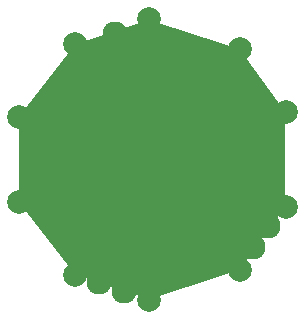
<source format=gbs>
G04 #@! TF.FileFunction,Soldermask,Bot*
%FSLAX46Y46*%
G04 Gerber Fmt 4.6, Leading zero omitted, Abs format (unit mm)*
G04 Created by KiCad (PCBNEW 4.0.5+dfsg1-4) date Tue Feb 14 02:51:41 2017*
%MOMM*%
%LPD*%
G01*
G04 APERTURE LIST*
%ADD10C,0.100000*%
%ADD11C,2.127200*%
%ADD12R,0.800000X1.750000*%
%ADD13R,1.300000X0.900000*%
%ADD14R,0.900000X1.300000*%
%ADD15C,2.000000*%
%ADD16C,0.200000*%
G04 APERTURE END LIST*
D10*
D11*
X9690000Y-4590000D03*
X-4600000Y-9400000D03*
X8390000Y-6400000D03*
X-2500000Y-10100000D03*
X-3300000Y11600000D03*
D12*
X-2275000Y-1875000D03*
X-2925000Y-1875000D03*
X-1625000Y-1875000D03*
X-975000Y-1875000D03*
X-2925000Y3875000D03*
X-2275000Y3875000D03*
X-1625000Y3875000D03*
X-975000Y3875000D03*
X-325000Y3875000D03*
X325000Y3875000D03*
X975600Y3875000D03*
X1625000Y3875000D03*
X2275000Y3875000D03*
X2925000Y3875000D03*
X2925000Y-1875000D03*
X2275000Y-1875000D03*
X1625000Y-1875000D03*
X975000Y-1875000D03*
X325000Y-1875000D03*
X-325000Y-1875000D03*
D13*
X0Y-3750000D03*
X0Y-5250000D03*
D14*
X-2600000Y6300000D03*
X-4100000Y6300000D03*
D15*
X-11400000Y4600000D03*
X-6670000Y10810000D03*
X-370000Y12860000D03*
X7270000Y10380000D03*
X11160000Y5020000D03*
X11160000Y-3020000D03*
X7270000Y-8370000D03*
X-6670000Y-8810000D03*
X-370000Y-10860000D03*
X-11400000Y-2600000D03*
D13*
X-4300000Y3450000D03*
X-4300000Y1950000D03*
D16*
G36*
X7198276Y10294913D02*
X11060040Y4997365D01*
X11069960Y-2997544D01*
X7218212Y-8294934D01*
X-350106Y-10754885D01*
X-6609405Y-8734479D01*
X-11300000Y-2566297D01*
X-11300000Y4566253D01*
X-6609366Y10724569D01*
X-369982Y12754845D01*
X7198276Y10294913D01*
X7198276Y10294913D01*
G37*
X7198276Y10294913D02*
X11060040Y4997365D01*
X11069960Y-2997544D01*
X7218212Y-8294934D01*
X-350106Y-10754885D01*
X-6609405Y-8734479D01*
X-11300000Y-2566297D01*
X-11300000Y4566253D01*
X-6609366Y10724569D01*
X-369982Y12754845D01*
X7198276Y10294913D01*
M02*

</source>
